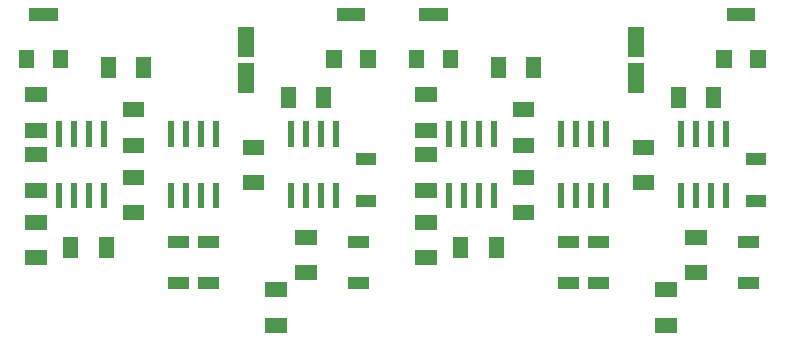
<source format=gbr>
G04 start of page 11 for group -4015 idx -4015 *
G04 Title: 26.007.01.01.01, toppaste *
G04 Creator: pcb 20100929 *
G04 CreationDate: Wed Mar 18 07:56:07 2015 UTC *
G04 For: bert *
G04 Format: Gerber/RS-274X *
G04 PCB-Dimensions: 260000 115000 *
G04 PCB-Coordinate-Origin: lower left *
%MOIN*%
%FSLAX25Y25*%
%LNFRONTPASTE*%
%ADD17R,0.0200X0.0200*%
%ADD18R,0.0512X0.0512*%
%ADD19R,0.0394X0.0394*%
%ADD20R,0.0433X0.0433*%
%ADD21R,0.0515X0.0515*%
G54D17*X227500Y53000D02*Y46500D01*
X232500Y53000D02*Y46500D01*
X237500Y53000D02*Y46500D01*
X242500Y53000D02*Y46500D01*
Y73500D02*Y67000D01*
X237500Y73500D02*Y67000D01*
X232500Y73500D02*Y67000D01*
X227500Y73500D02*Y67000D01*
X187500Y53000D02*Y46500D01*
X192500Y53000D02*Y46500D01*
X197500Y53000D02*Y46500D01*
X202500Y53000D02*Y46500D01*
Y73500D02*Y67000D01*
X197500Y73500D02*Y67000D01*
X192500Y73500D02*Y67000D01*
X187500Y73500D02*Y67000D01*
G54D18*X9292Y95610D02*Y94824D01*
X20708Y95610D02*Y94824D01*
G54D20*X12441Y110177D02*X17559D01*
G54D18*X111792Y95610D02*Y94824D01*
X123208Y95610D02*Y94824D01*
G54D20*X114941Y110177D02*X120059D01*
G54D19*X58524Y34389D02*X61476D01*
X58524Y20611D02*X61476D01*
X68524D02*X71476D01*
X68524Y34389D02*X71476D01*
G54D18*X11516Y29095D02*X13484D01*
X11516Y40905D02*X13484D01*
X238405Y83484D02*Y81516D01*
X226595Y83484D02*Y81516D01*
G54D19*X118524Y20611D02*X121476D01*
X118524Y34389D02*X121476D01*
G54D18*X11516Y71595D02*X13484D01*
X11516Y83405D02*X13484D01*
X101516Y24095D02*X103484D01*
X101516Y35905D02*X103484D01*
X24095Y33484D02*Y31516D01*
X35905Y33484D02*Y31516D01*
X44016Y66595D02*X45984D01*
X44016Y78405D02*X45984D01*
X44016Y44095D02*X45984D01*
X44016Y55905D02*X45984D01*
X36595Y93484D02*Y91516D01*
X48405Y93484D02*Y91516D01*
X84016Y54095D02*X85984D01*
X84016Y65905D02*X85984D01*
G54D19*X121024Y48111D02*X123976D01*
X121024Y61889D02*X123976D01*
G54D18*X141516Y63405D02*X143484D01*
X141516Y51595D02*X143484D01*
X91516Y6595D02*X93484D01*
X91516Y18405D02*X93484D01*
G54D17*X20000Y53000D02*Y46500D01*
X25000Y53000D02*Y46500D01*
X30000Y53000D02*Y46500D01*
X35000Y53000D02*Y46500D01*
Y73500D02*Y67000D01*
X30000Y73500D02*Y67000D01*
X25000Y73500D02*Y67000D01*
X20000Y73500D02*Y67000D01*
G54D21*X212500Y91457D02*Y86732D01*
Y103268D02*Y98543D01*
G54D18*X139292Y95610D02*Y94824D01*
X150708Y95610D02*Y94824D01*
G54D20*X142441Y110177D02*X147559D01*
G54D17*X150000Y53000D02*Y46500D01*
X155000Y53000D02*Y46500D01*
X160000Y53000D02*Y46500D01*
X165000Y53000D02*Y46500D01*
Y73500D02*Y67000D01*
X160000Y73500D02*Y67000D01*
X155000Y73500D02*Y67000D01*
X150000Y73500D02*Y67000D01*
G54D18*X241792Y95610D02*Y94824D01*
X253208Y95610D02*Y94824D01*
G54D20*X244941Y110177D02*X250059D01*
G54D19*X188524Y34389D02*X191476D01*
X188524Y20611D02*X191476D01*
X198524D02*X201476D01*
X198524Y34389D02*X201476D01*
G54D18*X108405Y83484D02*Y81516D01*
X96595Y83484D02*Y81516D01*
X174016Y44095D02*X175984D01*
X174016Y55905D02*X175984D01*
X11516Y63405D02*X13484D01*
X11516Y51595D02*X13484D01*
G54D19*X248524Y20611D02*X251476D01*
X248524Y34389D02*X251476D01*
G54D18*X141516Y71595D02*X143484D01*
X141516Y83405D02*X143484D01*
X231516Y24095D02*X233484D01*
X231516Y35905D02*X233484D01*
X166595Y93484D02*Y91516D01*
X178405Y93484D02*Y91516D01*
X174016Y66595D02*X175984D01*
X174016Y78405D02*X175984D01*
G54D17*X57500Y53000D02*Y46500D01*
X62500Y53000D02*Y46500D01*
X67500Y53000D02*Y46500D01*
X72500Y53000D02*Y46500D01*
Y73500D02*Y67000D01*
X67500Y73500D02*Y67000D01*
X62500Y73500D02*Y67000D01*
X57500Y73500D02*Y67000D01*
G54D18*X141516Y29095D02*X143484D01*
X141516Y40905D02*X143484D01*
X221516Y6595D02*X223484D01*
X221516Y18405D02*X223484D01*
X154095Y33484D02*Y31516D01*
X165905Y33484D02*Y31516D01*
G54D19*X251024Y48111D02*X253976D01*
X251024Y61889D02*X253976D01*
G54D21*X82500Y91457D02*Y86732D01*
Y103268D02*Y98543D01*
G54D18*X214016Y54095D02*X215984D01*
X214016Y65905D02*X215984D01*
G54D17*X97500Y53000D02*Y46500D01*
X102500Y53000D02*Y46500D01*
X107500Y53000D02*Y46500D01*
X112500Y53000D02*Y46500D01*
Y73500D02*Y67000D01*
X107500Y73500D02*Y67000D01*
X102500Y73500D02*Y67000D01*
X97500Y73500D02*Y67000D01*
M02*

</source>
